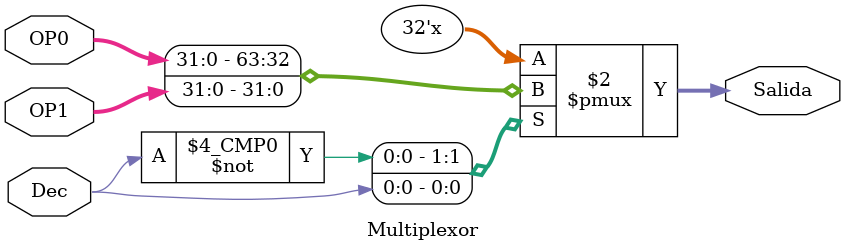
<source format=v>
`timescale 1ns/1ns

module Multiplexor(
	input [31:0]OP0,
	input [31:0]OP1,
	input Dec,
	output reg[31:0]Salida
);

always@*
begin
  case(Dec)
	1'b0:
	begin
	  Salida = OP0;
	end

	1'b1:
	begin
	  Salida = OP1;
	end	
  endcase
end
endmodule


</source>
